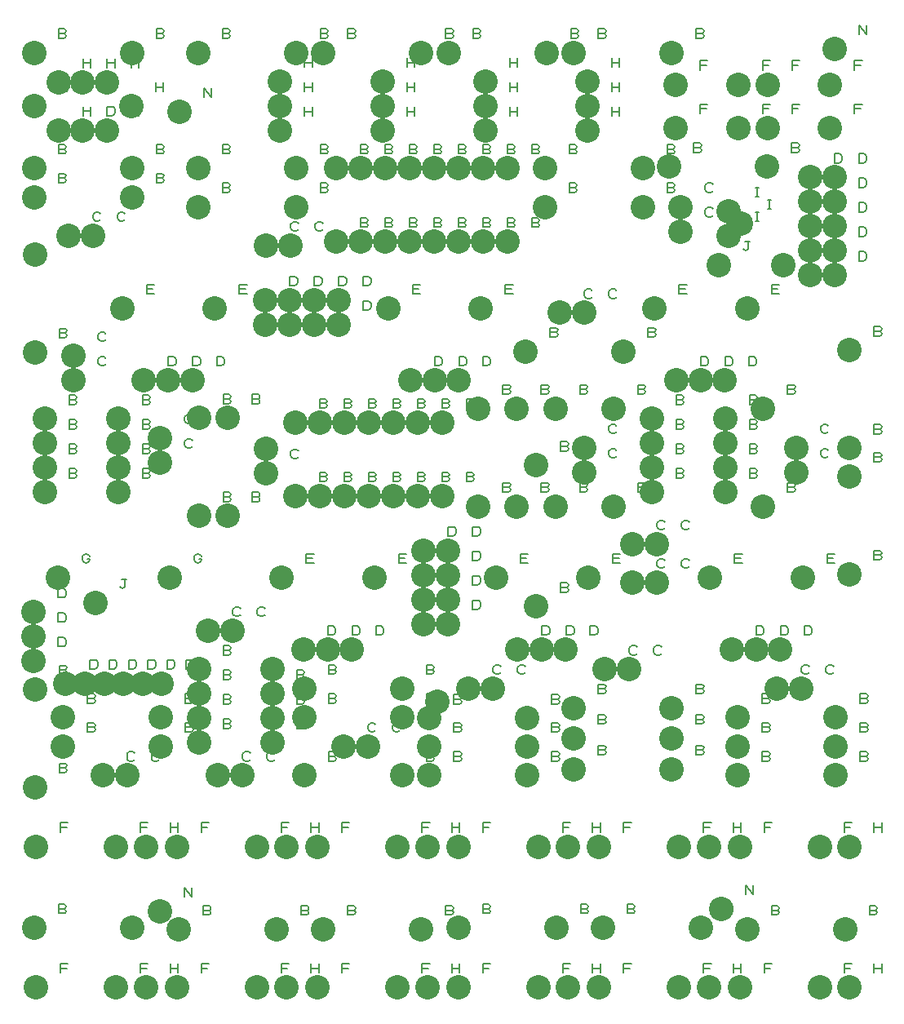
<source format=gbr>
%FSLAX35Y35*%
%MOIN*%
G04 EasyPC Gerber Version 18.0.8 Build 3632 *
%ADD10C,0.00500*%
%ADD87C,0.10000*%
X0Y0D02*
D02*
D10*
X38321Y160754D02*
Y164504D01*
X40196*
X40821Y164192*
X41133Y163880*
X41446Y163254*
Y162004*
X41133Y161380*
X40821Y161067*
X40196Y160754*
X38321*
Y170754D02*
Y174504D01*
X40196*
X40821Y174192*
X41133Y173880*
X41446Y173254*
Y172004*
X41133Y171380*
X40821Y171067*
X40196Y170754*
X38321*
Y180754D02*
Y184504D01*
X40196*
X40821Y184192*
X41133Y183880*
X41446Y183254*
Y182004*
X41133Y181380*
X40821Y181067*
X40196Y180754*
X38321*
X40685Y53633D02*
X41311Y53321D01*
X41623Y52696*
X41311Y52071*
X40685Y51758*
X38498*
Y55508*
X40685*
X41311Y55196*
X41623Y54571*
X41311Y53946*
X40685Y53633*
X38498*
X40685Y352157D02*
X41311Y351844D01*
X41623Y351220*
X41311Y350594*
X40685Y350282*
X38498*
Y354032*
X40685*
X41311Y353720*
X41623Y353094*
X41311Y352470*
X40685Y352157*
X38498*
X40685Y363968D02*
X41311Y363656D01*
X41623Y363031*
X41311Y362406*
X40685Y362093*
X38498*
Y365843*
X40685*
X41311Y365531*
X41623Y364906*
X41311Y364281*
X40685Y363968*
X38498*
X40685Y411212D02*
X41311Y410900D01*
X41623Y410275*
X41311Y409650*
X40685Y409337*
X38498*
Y413087*
X40685*
X41311Y412775*
X41623Y412150*
X41311Y411525*
X40685Y411212*
X38498*
X38656Y387487D02*
Y391237D01*
Y389362D02*
X41781D01*
Y387487D02*
Y391237D01*
X41000Y111193D02*
X41626Y110880D01*
X41938Y110255*
X41626Y109630*
X41000Y109317*
X38813*
Y113067*
X41000*
X41626Y112755*
X41938Y112130*
X41626Y111505*
X41000Y111193*
X38813*
X41000Y151193D02*
X41626Y150880D01*
X41938Y150255*
X41626Y149630*
X41000Y149317*
X38813*
Y153067*
X41000*
X41626Y152755*
X41938Y152130*
X41626Y151505*
X41000Y151193*
X38813*
X41000Y288850D02*
X41626Y288537D01*
X41938Y287913*
X41626Y287287*
X41000Y286975*
X38813*
Y290725*
X41000*
X41626Y290413*
X41938Y289787*
X41626Y289163*
X41000Y288850*
X38813*
X41000Y328850D02*
X41626Y328537D01*
X41938Y327913*
X41626Y327287*
X41000Y326975*
X38813*
Y330725*
X41000*
X41626Y330413*
X41938Y329787*
X41626Y329163*
X41000Y328850*
X38813*
X39192Y27477D02*
Y31227D01*
X42317*
X41692Y29352D02*
X39192D01*
Y84997D02*
Y88747D01*
X42317*
X41692Y86872D02*
X39192D01*
X44937Y231606D02*
X45563Y231293D01*
X45875Y230669*
X45563Y230043*
X44937Y229731*
X42750*
Y233481*
X44937*
X45563Y233169*
X45875Y232543*
X45563Y231919*
X44937Y231606*
X42750*
X44937Y241606D02*
X45563Y241293D01*
X45875Y240669*
X45563Y240043*
X44937Y239731*
X42750*
Y243481*
X44937*
X45563Y243169*
X45875Y242543*
X45563Y241919*
X44937Y241606*
X42750*
X44937Y251606D02*
X45563Y251293D01*
X45875Y250669*
X45563Y250043*
X44937Y249731*
X42750*
Y253481*
X44937*
X45563Y253169*
X45875Y252543*
X45563Y251919*
X44937Y251606*
X42750*
X44937Y261606D02*
X45563Y261293D01*
X45875Y260669*
X45563Y260043*
X44937Y259731*
X42750*
Y263481*
X44937*
X45563Y263169*
X45875Y262543*
X45563Y261919*
X44937Y261606*
X42750*
X50331Y196530D02*
X51269D01*
Y196217*
X50956Y195592*
X50644Y195280*
X50019Y194967*
X49394*
X48769Y195280*
X48456Y195592*
X48144Y196217*
Y197467*
X48456Y198092*
X48769Y198405*
X49394Y198717*
X50019*
X50644Y198405*
X50956Y198092*
X51269Y197467*
X48498Y377644D02*
Y381394D01*
Y379519D02*
X51623D01*
Y377644D02*
Y381394D01*
X48498Y397329D02*
Y401079D01*
Y399204D02*
X51623D01*
Y397329D02*
Y401079D01*
X52496Y127748D02*
X53122Y127435D01*
X53434Y126810*
X53122Y126185*
X52496Y125872*
X50309*
Y129622*
X52496*
X53122Y129310*
X53434Y128685*
X53122Y128060*
X52496Y127748*
X50309*
X52496Y139559D02*
X53122Y139246D01*
X53434Y138621*
X53122Y137996*
X52496Y137683*
X50309*
Y141433*
X52496*
X53122Y141121*
X53434Y140496*
X53122Y139871*
X52496Y139559*
X50309*
X51293Y151660D02*
Y155410D01*
X53169*
X53793Y155098*
X54106Y154785*
X54419Y154160*
Y152910*
X54106Y152285*
X53793Y151972*
X53169Y151660*
X51293*
X55560Y335159D02*
X55248Y334846D01*
X54622Y334534*
X53685*
X53060Y334846*
X52748Y335159*
X52435Y335784*
Y337034*
X52748Y337659*
X53060Y337972*
X53685Y338284*
X54622*
X55248Y337972*
X55560Y337659*
X57686Y276104D02*
X57374Y275791D01*
X56748Y275479*
X55811*
X55186Y275791*
X54874Y276104*
X54561Y276729*
Y277979*
X54874Y278604*
X55186Y278917*
X55811Y279229*
X56748*
X57374Y278917*
X57686Y278604*
Y286104D02*
X57374Y285791D01*
X56748Y285479*
X55811*
X55186Y285791*
X54874Y286104*
X54561Y286729*
Y287979*
X54874Y288604*
X55186Y288917*
X55811Y289229*
X56748*
X57374Y288917*
X57686Y288604*
X58341Y377644D02*
Y381394D01*
X60216*
X60841Y381082*
X61153Y380769*
X61466Y380144*
Y378894*
X61153Y378269*
X60841Y377957*
X60216Y377644*
X58341*
Y397329D02*
Y401079D01*
Y399204D02*
X61466D01*
Y397329D02*
Y401079D01*
X59167Y151660D02*
Y155410D01*
X61043*
X61667Y155098*
X61980Y154785*
X62293Y154160*
Y152910*
X61980Y152285*
X61667Y151972*
X61043Y151660*
X59167*
X65560Y335159D02*
X65248Y334846D01*
X64622Y334534*
X63685*
X63060Y334846*
X62748Y335159*
X62435Y335784*
Y337034*
X62748Y337659*
X63060Y337972*
X63685Y338284*
X64622*
X65248Y337972*
X65560Y337659*
X63537Y185257D02*
X63850Y184945D01*
X64475Y184632*
X65100Y184945*
X65413Y185257*
Y188382*
X66037*
X65413D02*
X64163D01*
X69497Y114687D02*
X69185Y114374D01*
X68559Y114061*
X67622*
X66997Y114374*
X66685Y114687*
X66372Y115311*
Y116561*
X66685Y117187*
X66997Y117499*
X67622Y117811*
X68559*
X69185Y117499*
X69497Y117187*
X67041Y151660D02*
Y155410D01*
X68917*
X69541Y155098*
X69854Y154785*
X70167Y154160*
Y152910*
X69854Y152285*
X69541Y151972*
X68917Y151660*
X67041*
X68183Y377644D02*
Y381394D01*
Y379519D02*
X71308D01*
Y377644D02*
Y381394D01*
X68183Y397329D02*
Y401079D01*
Y399204D02*
X71308D01*
Y397329D02*
Y401079D01*
X71869Y27477D02*
Y31227D01*
X74994*
X74369Y29352D02*
X71869D01*
Y84997D02*
Y88747D01*
X74994*
X74369Y86872D02*
X71869D01*
X74937Y231606D02*
X75563Y231293D01*
X75875Y230669*
X75563Y230043*
X74937Y229731*
X72750*
Y233481*
X74937*
X75563Y233169*
X75875Y232543*
X75563Y231919*
X74937Y231606*
X72750*
X74937Y241606D02*
X75563Y241293D01*
X75875Y240669*
X75563Y240043*
X74937Y239731*
X72750*
Y243481*
X74937*
X75563Y243169*
X75875Y242543*
X75563Y241919*
X74937Y241606*
X72750*
X74937Y251606D02*
X75563Y251293D01*
X75875Y250669*
X75563Y250043*
X74937Y249731*
X72750*
Y253481*
X74937*
X75563Y253169*
X75875Y252543*
X75563Y251919*
X74937Y251606*
X72750*
X74937Y261606D02*
X75563Y261293D01*
X75875Y260669*
X75563Y260043*
X74937Y259731*
X72750*
Y263481*
X74937*
X75563Y263169*
X75875Y262543*
X75563Y261919*
X74937Y261606*
X72750*
X74443Y304967D02*
Y308717D01*
X77568*
X76943Y306842D02*
X74443D01*
Y304967D02*
X77568D01*
X74915Y151660D02*
Y155410D01*
X76791*
X77415Y155098*
X77728Y154785*
X78041Y154160*
Y152910*
X77728Y152285*
X77415Y151972*
X76791Y151660*
X74915*
X79497Y114687D02*
X79185Y114374D01*
X78559Y114061*
X77622*
X76997Y114374*
X76685Y114687*
X76372Y115311*
Y116561*
X76685Y117187*
X76997Y117499*
X77622Y117811*
X78559*
X79185Y117499*
X79497Y117187*
X78026Y387487D02*
Y391237D01*
Y389362D02*
X81151D01*
Y387487D02*
Y391237D01*
X80685Y53633D02*
X81311Y53321D01*
X81623Y52696*
X81311Y52071*
X80685Y51758*
X78498*
Y55508*
X80685*
X81311Y55196*
X81623Y54571*
X81311Y53946*
X80685Y53633*
X78498*
X80685Y352157D02*
X81311Y351844D01*
X81623Y351220*
X81311Y350594*
X80685Y350282*
X78498*
Y354032*
X80685*
X81311Y353720*
X81623Y353094*
X81311Y352470*
X80685Y352157*
X78498*
X80685Y363968D02*
X81311Y363656D01*
X81623Y363031*
X81311Y362406*
X80685Y362093*
X78498*
Y365843*
X80685*
X81311Y365531*
X81623Y364906*
X81311Y364281*
X80685Y363968*
X78498*
X80685Y411212D02*
X81311Y410900D01*
X81623Y410275*
X81311Y409650*
X80685Y409337*
X78498*
Y413087*
X80685*
X81311Y412775*
X81623Y412150*
X81311Y411525*
X80685Y411212*
X78498*
X82789Y151660D02*
Y155410D01*
X84665*
X85289Y155098*
X85602Y154785*
X85915Y154160*
Y152910*
X85602Y152285*
X85289Y151972*
X84665Y151660*
X82789*
X83341Y275439D02*
Y279189D01*
X85216*
X85841Y278877*
X86153Y278565*
X86466Y277939*
Y276689*
X86153Y276065*
X85841Y275752*
X85216Y275439*
X83341*
X84074Y27477D02*
Y31227D01*
Y29352D02*
X87199D01*
Y27477D02*
Y31227D01*
X84074Y84997D02*
Y88747D01*
Y86872D02*
X87199D01*
Y84997D02*
Y88747D01*
X89856Y58510D02*
Y62260D01*
X92981Y58510*
Y62260*
X93119Y242482D02*
X92807Y242169D01*
X92181Y241857*
X91244*
X90619Y242169*
X90307Y242482*
X89994Y243107*
Y244357*
X90307Y244982*
X90619Y245294*
X91244Y245607*
X92181*
X92807Y245294*
X93119Y244982*
Y252482D02*
X92807Y252169D01*
X92181Y251857*
X91244*
X90619Y252169*
X90307Y252482*
X89994Y253107*
Y254357*
X90307Y254982*
X90619Y255294*
X91244Y255607*
X92181*
X92807Y255294*
X93119Y254982*
X92496Y127748D02*
X93122Y127435D01*
X93434Y126810*
X93122Y126185*
X92496Y125872*
X90309*
Y129622*
X92496*
X93122Y129310*
X93434Y128685*
X93122Y128060*
X92496Y127748*
X90309*
X92496Y139559D02*
X93122Y139246D01*
X93434Y138621*
X93122Y137996*
X92496Y137683*
X90309*
Y141433*
X92496*
X93122Y141121*
X93434Y140496*
X93122Y139871*
X92496Y139559*
X90309*
X90663Y151660D02*
Y155410D01*
X92539*
X93163Y155098*
X93476Y154785*
X93789Y154160*
Y152910*
X93476Y152285*
X93163Y151972*
X92539Y151660*
X90663*
X93341Y275439D02*
Y279189D01*
X95216*
X95841Y278877*
X96153Y278565*
X96466Y277939*
Y276689*
X96153Y276065*
X95841Y275752*
X95216Y275439*
X93341*
X96000Y196530D02*
X96938D01*
Y196217*
X96626Y195592*
X96313Y195280*
X95688Y194967*
X95063*
X94438Y195280*
X94126Y195592*
X93813Y196217*
Y197467*
X94126Y198092*
X94438Y198405*
X95063Y198717*
X95688*
X96313Y198405*
X96626Y198092*
X96938Y197467*
X96711Y27477D02*
Y31227D01*
X99837*
X99211Y29352D02*
X96711D01*
Y84997D02*
Y88747D01*
X99837*
X99211Y86872D02*
X96711D01*
X99741Y53043D02*
X100366Y52730D01*
X100678Y52106*
X100366Y51480*
X99741Y51168*
X97553*
Y54918*
X99741*
X100366Y54606*
X100678Y53980*
X100366Y53356*
X99741Y53043*
X97553*
X97730Y385282D02*
Y389032D01*
X100856Y385282*
Y389032*
X103026Y275439D02*
Y279189D01*
X104901*
X105526Y278877*
X105838Y278565*
X106151Y277939*
Y276689*
X105838Y276065*
X105526Y275752*
X104901Y275439*
X103026*
X107615Y348220D02*
X108240Y347907D01*
X108552Y347283*
X108240Y346657*
X107615Y346345*
X105427*
Y350095*
X107615*
X108240Y349783*
X108552Y349157*
X108240Y348533*
X107615Y348220*
X105427*
X107615Y363968D02*
X108240Y363656D01*
X108552Y363031*
X108240Y362406*
X107615Y362093*
X105427*
Y365843*
X107615*
X108240Y365531*
X108552Y364906*
X108240Y364281*
X107615Y363968*
X105427*
X107615Y411212D02*
X108240Y410900D01*
X108552Y410275*
X108240Y409650*
X107615Y409337*
X105427*
Y413087*
X107615*
X108240Y412775*
X108552Y412150*
X108240Y411525*
X107615Y411212*
X105427*
X107930Y129244D02*
X108555Y128931D01*
X108867Y128306*
X108555Y127681*
X107930Y127369*
X105742*
Y131119*
X107930*
X108555Y130806*
X108867Y130181*
X108555Y129556*
X107930Y129244*
X105742*
X107930Y139244D02*
X108555Y138931D01*
X108867Y138306*
X108555Y137681*
X107930Y137369*
X105742*
Y141119*
X107930*
X108555Y140806*
X108867Y140181*
X108555Y139556*
X107930Y139244*
X105742*
X107930Y149244D02*
X108555Y148931D01*
X108867Y148306*
X108555Y147681*
X107930Y147369*
X105742*
Y151119*
X107930*
X108555Y150806*
X108867Y150181*
X108555Y149556*
X107930Y149244*
X105742*
X107930Y159244D02*
X108555Y158931D01*
X108867Y158306*
X108555Y157681*
X107930Y157369*
X105742*
Y161119*
X107930*
X108555Y160806*
X108867Y160181*
X108555Y159556*
X107930Y159244*
X105742*
X107930Y221921D02*
X108555Y221608D01*
X108867Y220983*
X108555Y220358*
X107930Y220046*
X105742*
Y223796*
X107930*
X108555Y223483*
X108867Y222858*
X108555Y222233*
X107930Y221921*
X105742*
X107930Y261921D02*
X108555Y261608D01*
X108867Y260983*
X108555Y260358*
X107930Y260046*
X105742*
Y263796*
X107930*
X108555Y263483*
X108867Y262858*
X108555Y262233*
X107930Y261921*
X105742*
X112804Y173742D02*
X112492Y173429D01*
X111867Y173117*
X110929*
X110304Y173429*
X109992Y173742*
X109679Y174367*
Y175617*
X109992Y176242*
X110304Y176554*
X110929Y176867*
X111867*
X112492Y176554*
X112804Y176242*
X112238Y304967D02*
Y308717D01*
X115363*
X114738Y306842D02*
X112238D01*
Y304967D02*
X115363D01*
X116741Y114687D02*
X116429Y114374D01*
X115804Y114061*
X114866*
X114241Y114374*
X113929Y114687*
X113616Y115311*
Y116561*
X113929Y117187*
X114241Y117499*
X114866Y117811*
X115804*
X116429Y117499*
X116741Y117187*
X119741Y221921D02*
X120366Y221608D01*
X120678Y220983*
X120366Y220358*
X119741Y220046*
X117553*
Y223796*
X119741*
X120366Y223483*
X120678Y222858*
X120366Y222233*
X119741Y221921*
X117553*
X119741Y261921D02*
X120366Y261608D01*
X120678Y260983*
X120366Y260358*
X119741Y260046*
X117553*
Y263796*
X119741*
X120366Y263483*
X120678Y262858*
X120366Y262233*
X119741Y261921*
X117553*
X122804Y173742D02*
X122492Y173429D01*
X121867Y173117*
X120929*
X120304Y173429*
X119992Y173742*
X119679Y174367*
Y175617*
X119992Y176242*
X120304Y176554*
X120929Y176867*
X121867*
X122492Y176554*
X122804Y176242*
X126741Y114687D02*
X126429Y114374D01*
X125804Y114061*
X124866*
X124241Y114374*
X123929Y114687*
X123616Y115311*
Y116561*
X123929Y117187*
X124241Y117499*
X124866Y117811*
X125804*
X126429Y117499*
X126741Y117187*
X129389Y27477D02*
Y31227D01*
X132514*
X131889Y29352D02*
X129389D01*
Y84997D02*
Y88747D01*
X132514*
X131889Y86872D02*
X129389D01*
X132927Y298254D02*
Y302004D01*
X134802*
X135427Y301692*
X135740Y301380*
X136052Y300754*
Y299504*
X135740Y298880*
X135427Y298567*
X134802Y298254*
X132927*
Y308254D02*
Y312004D01*
X134802*
X135427Y311692*
X135740Y311380*
X136052Y310754*
Y309504*
X135740Y308880*
X135427Y308567*
X134802Y308254*
X132927*
X136426Y238250D02*
X136114Y237937D01*
X135489Y237624*
X134551*
X133926Y237937*
X133614Y238250*
X133301Y238874*
Y240124*
X133614Y240750*
X133926Y241062*
X134551Y241374*
X135489*
X136114Y241062*
X136426Y240750*
Y248250D02*
X136114Y247937D01*
X135489Y247624*
X134551*
X133926Y247937*
X133614Y248250*
X133301Y248874*
Y250124*
X133614Y250750*
X133926Y251062*
X134551Y251374*
X135489*
X136114Y251062*
X136426Y250750*
Y331222D02*
X136114Y330909D01*
X135489Y330597*
X134551*
X133926Y330909*
X133614Y331222*
X133301Y331847*
Y333097*
X133614Y333722*
X133926Y334035*
X134551Y334347*
X135489*
X136114Y334035*
X136426Y333722*
X137930Y129244D02*
X138555Y128931D01*
X138867Y128306*
X138555Y127681*
X137930Y127369*
X135742*
Y131119*
X137930*
X138555Y130806*
X138867Y130181*
X138555Y129556*
X137930Y129244*
X135742*
X137930Y139244D02*
X138555Y138931D01*
X138867Y138306*
X138555Y137681*
X137930Y137369*
X135742*
Y141119*
X137930*
X138555Y140806*
X138867Y140181*
X138555Y139556*
X137930Y139244*
X135742*
X137930Y149244D02*
X138555Y148931D01*
X138867Y148306*
X138555Y147681*
X137930Y147369*
X135742*
Y151119*
X137930*
X138555Y150806*
X138867Y150181*
X138555Y149556*
X137930Y149244*
X135742*
X137930Y159244D02*
X138555Y158931D01*
X138867Y158306*
X138555Y157681*
X137930Y157369*
X135742*
Y161119*
X137930*
X138555Y160806*
X138867Y160181*
X138555Y159556*
X137930Y159244*
X135742*
X139741Y53043D02*
X140366Y52730D01*
X140678Y52106*
X140366Y51480*
X139741Y51168*
X137553*
Y54918*
X139741*
X140366Y54606*
X140678Y53980*
X140366Y53356*
X139741Y53043*
X137553*
X138970Y377487D02*
Y381237D01*
Y379362D02*
X142096D01*
Y377487D02*
Y381237D01*
X138970Y387487D02*
Y391237D01*
Y389362D02*
X142096D01*
Y387487D02*
Y391237D01*
X138970Y397487D02*
Y401237D01*
Y399362D02*
X142096D01*
Y397487D02*
Y401237D01*
X139600Y194967D02*
Y198717D01*
X142726*
X142100Y196842D02*
X139600D01*
Y194967D02*
X142726D01*
X141593Y27477D02*
Y31227D01*
Y29352D02*
X144719D01*
Y27477D02*
Y31227D01*
X141593Y84997D02*
Y88747D01*
Y86872D02*
X144719D01*
Y84997D02*
Y88747D01*
X142927Y298254D02*
Y302004D01*
X144802*
X145427Y301692*
X145740Y301380*
X146052Y300754*
Y299504*
X145740Y298880*
X145427Y298567*
X144802Y298254*
X142927*
Y308254D02*
Y312004D01*
X144802*
X145427Y311692*
X145740Y311380*
X146052Y310754*
Y309504*
X145740Y308880*
X145427Y308567*
X144802Y308254*
X142927*
X146426Y331222D02*
X146114Y330909D01*
X145489Y330597*
X144551*
X143926Y330909*
X143614Y331222*
X143301Y331847*
Y333097*
X143614Y333722*
X143926Y334035*
X144551Y334347*
X145489*
X146114Y334035*
X146426Y333722*
X147300Y230110D02*
X147925Y229797D01*
X148237Y229172*
X147925Y228547*
X147300Y228235*
X145112*
Y231985*
X147300*
X147925Y231672*
X148237Y231047*
X147925Y230422*
X147300Y230110*
X145112*
X147300Y260110D02*
X147925Y259797D01*
X148237Y259172*
X147925Y258547*
X147300Y258235*
X145112*
Y261985*
X147300*
X147925Y261672*
X148237Y261047*
X147925Y260422*
X147300Y260110*
X145112*
X147615Y348220D02*
X148240Y347907D01*
X148552Y347283*
X148240Y346657*
X147615Y346345*
X145427*
Y350095*
X147615*
X148240Y349783*
X148552Y349157*
X148240Y348533*
X147615Y348220*
X145427*
X147615Y363968D02*
X148240Y363656D01*
X148552Y363031*
X148240Y362406*
X147615Y362093*
X145427*
Y365843*
X147615*
X148240Y365531*
X148552Y364906*
X148240Y364281*
X147615Y363968*
X145427*
X147615Y411212D02*
X148240Y410900D01*
X148552Y410275*
X148240Y409650*
X147615Y409337*
X145427*
Y413087*
X147615*
X148240Y412775*
X148552Y412150*
X148240Y411525*
X147615Y411212*
X145427*
X148498Y165439D02*
Y169189D01*
X150373*
X150998Y168877*
X151311Y168565*
X151623Y167939*
Y166689*
X151311Y166065*
X150998Y165752*
X150373Y165439*
X148498*
X150922Y115937D02*
X151547Y115624D01*
X151859Y114999*
X151547Y114374*
X150922Y114061*
X148734*
Y117811*
X150922*
X151547Y117499*
X151859Y116874*
X151547Y116249*
X150922Y115937*
X148734*
X150922Y139559D02*
X151547Y139246D01*
X151859Y138621*
X151547Y137996*
X150922Y137683*
X148734*
Y141433*
X150922*
X151547Y141121*
X151859Y140496*
X151547Y139871*
X150922Y139559*
X148734*
X150922Y151370D02*
X151547Y151057D01*
X151859Y150432*
X151547Y149807*
X150922Y149494*
X148734*
Y153244*
X150922*
X151547Y152932*
X151859Y152307*
X151547Y151682*
X150922Y151370*
X148734*
X152927Y298254D02*
Y302004D01*
X154802*
X155427Y301692*
X155740Y301380*
X156052Y300754*
Y299504*
X155740Y298880*
X155427Y298567*
X154802Y298254*
X152927*
Y308254D02*
Y312004D01*
X154802*
X155427Y311692*
X155740Y311380*
X156052Y310754*
Y309504*
X155740Y308880*
X155427Y308567*
X154802Y308254*
X152927*
X154231Y27477D02*
Y31227D01*
X157356*
X156731Y29352D02*
X154231D01*
Y84997D02*
Y88747D01*
X157356*
X156731Y86872D02*
X154231D01*
X157300Y230110D02*
X157925Y229797D01*
X158237Y229172*
X157925Y228547*
X157300Y228235*
X155112*
Y231985*
X157300*
X157925Y231672*
X158237Y231047*
X157925Y230422*
X157300Y230110*
X155112*
X157300Y260110D02*
X157925Y259797D01*
X158237Y259172*
X157925Y258547*
X157300Y258235*
X155112*
Y261985*
X157300*
X157925Y261672*
X158237Y261047*
X157925Y260422*
X157300Y260110*
X155112*
X158796Y53043D02*
X159421Y52730D01*
X159733Y52106*
X159421Y51480*
X158796Y51168*
X156608*
Y54918*
X158796*
X159421Y54606*
X159733Y53980*
X159421Y53356*
X158796Y53043*
X156608*
X158796Y411212D02*
X159421Y410900D01*
X159733Y410275*
X159421Y409650*
X158796Y409337*
X156608*
Y413087*
X158796*
X159421Y412775*
X159733Y412150*
X159421Y411525*
X158796Y411212*
X156608*
X158498Y165439D02*
Y169189D01*
X160373*
X160998Y168877*
X161311Y168565*
X161623Y167939*
Y166689*
X161311Y166065*
X160998Y165752*
X160373Y165439*
X158498*
X163914Y333968D02*
X164539Y333656D01*
X164852Y333031*
X164539Y332406*
X163914Y332093*
X161726*
Y335843*
X163914*
X164539Y335531*
X164852Y334906*
X164539Y334281*
X163914Y333968*
X161726*
X163914Y363968D02*
X164539Y363656D01*
X164852Y363031*
X164539Y362406*
X163914Y362093*
X161726*
Y365843*
X163914*
X164539Y365531*
X164852Y364906*
X164539Y364281*
X163914Y363968*
X161726*
X162927Y298254D02*
Y302004D01*
X164802*
X165427Y301692*
X165740Y301380*
X166052Y300754*
Y299504*
X165740Y298880*
X165427Y298567*
X164802Y298254*
X162927*
Y308254D02*
Y312004D01*
X164802*
X165427Y311692*
X165740Y311380*
X166052Y310754*
Y309504*
X165740Y308880*
X165427Y308567*
X164802Y308254*
X162927*
X167922Y126498D02*
X167610Y126185D01*
X166985Y125872*
X166047*
X165422Y126185*
X165110Y126498*
X164797Y127122*
Y128372*
X165110Y128998*
X165422Y129310*
X166047Y129622*
X166985*
X167610Y129310*
X167922Y128998*
X167300Y230110D02*
X167925Y229797D01*
X168237Y229172*
X167925Y228547*
X167300Y228235*
X165112*
Y231985*
X167300*
X167925Y231672*
X168237Y231047*
X167925Y230422*
X167300Y230110*
X165112*
X167300Y260110D02*
X167925Y259797D01*
X168237Y259172*
X167925Y258547*
X167300Y258235*
X165112*
Y261985*
X167300*
X167925Y261672*
X168237Y261047*
X167925Y260422*
X167300Y260110*
X165112*
X168183Y165439D02*
Y169189D01*
X170058*
X170683Y168877*
X170996Y168565*
X171308Y167939*
Y166689*
X170996Y166065*
X170683Y165752*
X170058Y165439*
X168183*
X173914Y333968D02*
X174539Y333656D01*
X174852Y333031*
X174539Y332406*
X173914Y332093*
X171726*
Y335843*
X173914*
X174539Y335531*
X174852Y334906*
X174539Y334281*
X173914Y333968*
X171726*
X173914Y363968D02*
X174539Y363656D01*
X174852Y363031*
X174539Y362406*
X173914Y362093*
X171726*
Y365843*
X173914*
X174539Y365531*
X174852Y364906*
X174539Y364281*
X173914Y363968*
X171726*
X177922Y126498D02*
X177610Y126185D01*
X176985Y125872*
X176047*
X175422Y126185*
X175110Y126498*
X174797Y127122*
Y128372*
X175110Y128998*
X175422Y129310*
X176047Y129622*
X176985*
X177610Y129310*
X177922Y128998*
X177300Y230110D02*
X177925Y229797D01*
X178237Y229172*
X177925Y228547*
X177300Y228235*
X175112*
Y231985*
X177300*
X177925Y231672*
X178237Y231047*
X177925Y230422*
X177300Y230110*
X175112*
X177300Y260110D02*
X177925Y259797D01*
X178237Y259172*
X177925Y258547*
X177300Y258235*
X175112*
Y261985*
X177300*
X177925Y261672*
X178237Y261047*
X177925Y260422*
X177300Y260110*
X175112*
X177396Y194967D02*
Y198717D01*
X180521*
X179896Y196842D02*
X177396D01*
Y194967D02*
X180521D01*
X180821Y377487D02*
Y381237D01*
Y379362D02*
X183946D01*
Y377487D02*
Y381237D01*
X180821Y387487D02*
Y391237D01*
Y389362D02*
X183946D01*
Y387487D02*
Y391237D01*
X180821Y397487D02*
Y401237D01*
Y399362D02*
X183946D01*
Y397487D02*
Y401237D01*
X183914Y333968D02*
X184539Y333656D01*
X184852Y333031*
X184539Y332406*
X183914Y332093*
X181726*
Y335843*
X183914*
X184539Y335531*
X184852Y334906*
X184539Y334281*
X183914Y333968*
X181726*
X183914Y363968D02*
X184539Y363656D01*
X184852Y363031*
X184539Y362406*
X183914Y362093*
X181726*
Y365843*
X183914*
X184539Y365531*
X184852Y364906*
X184539Y364281*
X183914Y363968*
X181726*
X183183Y304967D02*
Y308717D01*
X186308*
X185683Y306842D02*
X183183D01*
Y304967D02*
X186308D01*
X187300Y230110D02*
X187925Y229797D01*
X188237Y229172*
X187925Y228547*
X187300Y228235*
X185112*
Y231985*
X187300*
X187925Y231672*
X188237Y231047*
X187925Y230422*
X187300Y230110*
X185112*
X187300Y260110D02*
X187925Y259797D01*
X188237Y259172*
X187925Y258547*
X187300Y258235*
X185112*
Y261985*
X187300*
X187925Y261672*
X188237Y261047*
X187925Y260422*
X187300Y260110*
X185112*
X186908Y27477D02*
Y31227D01*
X190033*
X189408Y29352D02*
X186908D01*
Y84997D02*
Y88747D01*
X190033*
X189408Y86872D02*
X186908D01*
X190922Y115937D02*
X191547Y115624D01*
X191859Y114999*
X191547Y114374*
X190922Y114061*
X188734*
Y117811*
X190922*
X191547Y117499*
X191859Y116874*
X191547Y116249*
X190922Y115937*
X188734*
X190922Y139559D02*
X191547Y139246D01*
X191859Y138621*
X191547Y137996*
X190922Y137683*
X188734*
Y141433*
X190922*
X191547Y141121*
X191859Y140496*
X191547Y139871*
X190922Y139559*
X188734*
X190922Y151370D02*
X191547Y151057D01*
X191859Y150432*
X191547Y149807*
X190922Y149494*
X188734*
Y153244*
X190922*
X191547Y152932*
X191859Y152307*
X191547Y151682*
X190922Y151370*
X188734*
X193914Y333968D02*
X194539Y333656D01*
X194852Y333031*
X194539Y332406*
X193914Y332093*
X191726*
Y335843*
X193914*
X194539Y335531*
X194852Y334906*
X194539Y334281*
X193914Y333968*
X191726*
X193914Y363968D02*
X194539Y363656D01*
X194852Y363031*
X194539Y362406*
X193914Y362093*
X191726*
Y365843*
X193914*
X194539Y365531*
X194852Y364906*
X194539Y364281*
X193914Y363968*
X191726*
X192081Y275439D02*
Y279189D01*
X193956*
X194581Y278877*
X194893Y278565*
X195206Y277939*
Y276689*
X194893Y276065*
X194581Y275752*
X193956Y275439*
X192081*
X197300Y230110D02*
X197925Y229797D01*
X198237Y229172*
X197925Y228547*
X197300Y228235*
X195112*
Y231985*
X197300*
X197925Y231672*
X198237Y231047*
X197925Y230422*
X197300Y230110*
X195112*
X197300Y260110D02*
X197925Y259797D01*
X198237Y259172*
X197925Y258547*
X197300Y258235*
X195112*
Y261985*
X197300*
X197925Y261672*
X198237Y261047*
X197925Y260422*
X197300Y260110*
X195112*
X198796Y53043D02*
X199421Y52730D01*
X199733Y52106*
X199421Y51480*
X198796Y51168*
X196608*
Y54918*
X198796*
X199421Y54606*
X199733Y53980*
X199421Y53356*
X198796Y53043*
X196608*
X198796Y411212D02*
X199421Y410900D01*
X199733Y410275*
X199421Y409650*
X198796Y409337*
X196608*
Y413087*
X198796*
X199421Y412775*
X199733Y412150*
X199421Y411525*
X198796Y411212*
X196608*
X197671Y175991D02*
Y179741D01*
X199546*
X200171Y179428*
X200484Y179116*
X200796Y178491*
Y177241*
X200484Y176616*
X200171Y176303*
X199546Y175991*
X197671*
Y185991D02*
Y189741D01*
X199546*
X200171Y189428*
X200484Y189116*
X200796Y188491*
Y187241*
X200484Y186616*
X200171Y186303*
X199546Y185991*
X197671*
Y195991D02*
Y199741D01*
X199546*
X200171Y199428*
X200484Y199116*
X200796Y198491*
Y197241*
X200484Y196616*
X200171Y196303*
X199546Y195991*
X197671*
Y205991D02*
Y209741D01*
X199546*
X200171Y209428*
X200484Y209116*
X200796Y208491*
Y207241*
X200484Y206616*
X200171Y206303*
X199546Y205991*
X197671*
X199113Y27477D02*
Y31227D01*
Y29352D02*
X202238D01*
Y27477D02*
Y31227D01*
X199113Y84997D02*
Y88747D01*
Y86872D02*
X202238D01*
Y84997D02*
Y88747D01*
X202103Y115937D02*
X202728Y115624D01*
X203041Y114999*
X202728Y114374*
X202103Y114061*
X199915*
Y117811*
X202103*
X202728Y117499*
X203041Y116874*
X202728Y116249*
X202103Y115937*
X199915*
X202103Y127748D02*
X202728Y127435D01*
X203041Y126810*
X202728Y126185*
X202103Y125872*
X199915*
Y129622*
X202103*
X202728Y129310*
X203041Y128685*
X202728Y128060*
X202103Y127748*
X199915*
X202103Y139263D02*
X202728Y138951D01*
X203041Y138326*
X202728Y137701*
X202103Y137388*
X199915*
Y141138*
X202103*
X202728Y140826*
X203041Y140201*
X202728Y139576*
X202103Y139263*
X199915*
X203914Y333968D02*
X204539Y333656D01*
X204852Y333031*
X204539Y332406*
X203914Y332093*
X201726*
Y335843*
X203914*
X204539Y335531*
X204852Y334906*
X204539Y334281*
X203914Y333968*
X201726*
X203914Y363968D02*
X204539Y363656D01*
X204852Y363031*
X204539Y362406*
X203914Y362093*
X201726*
Y365843*
X203914*
X204539Y365531*
X204852Y364906*
X204539Y364281*
X203914Y363968*
X201726*
X202081Y275439D02*
Y279189D01*
X203956*
X204581Y278877*
X204893Y278565*
X205206Y277939*
Y276689*
X204893Y276065*
X204581Y275752*
X203956Y275439*
X202081*
X203281Y144903D02*
X203594Y144591D01*
X204219Y144278*
X204844Y144591*
X205157Y144903*
Y148028*
X205781*
X205157D02*
X203907D01*
X207300Y230110D02*
X207925Y229797D01*
X208237Y229172*
X207925Y228547*
X207300Y228235*
X205112*
Y231985*
X207300*
X207925Y231672*
X208237Y231047*
X207925Y230422*
X207300Y230110*
X205112*
X207300Y260110D02*
X207925Y259797D01*
X208237Y259172*
X207925Y258547*
X207300Y258235*
X205112*
Y261985*
X207300*
X207925Y261672*
X208237Y261047*
X207925Y260422*
X207300Y260110*
X205112*
X207671Y175991D02*
Y179741D01*
X209546*
X210171Y179428*
X210484Y179116*
X210796Y178491*
Y177241*
X210484Y176616*
X210171Y176303*
X209546Y175991*
X207671*
Y185991D02*
Y189741D01*
X209546*
X210171Y189428*
X210484Y189116*
X210796Y188491*
Y187241*
X210484Y186616*
X210171Y186303*
X209546Y185991*
X207671*
Y195991D02*
Y199741D01*
X209546*
X210171Y199428*
X210484Y199116*
X210796Y198491*
Y197241*
X210484Y196616*
X210171Y196303*
X209546Y195991*
X207671*
Y205991D02*
Y209741D01*
X209546*
X210171Y209428*
X210484Y209116*
X210796Y208491*
Y207241*
X210484Y206616*
X210171Y206303*
X209546Y205991*
X207671*
X209977Y411212D02*
X210602Y410900D01*
X210915Y410275*
X210602Y409650*
X209977Y409337*
X207789*
Y413087*
X209977*
X210602Y412775*
X210915Y412150*
X210602Y411525*
X209977Y411212*
X207789*
X213914Y53633D02*
X214539Y53321D01*
X214852Y52696*
X214539Y52071*
X213914Y51758*
X211726*
Y55508*
X213914*
X214539Y55196*
X214852Y54571*
X214539Y53946*
X213914Y53633*
X211726*
X213914Y333968D02*
X214539Y333656D01*
X214852Y333031*
X214539Y332406*
X213914Y332093*
X211726*
Y335843*
X213914*
X214539Y335531*
X214852Y334906*
X214539Y334281*
X213914Y333968*
X211726*
X213914Y363968D02*
X214539Y363656D01*
X214852Y363031*
X214539Y362406*
X213914Y362093*
X211726*
Y365843*
X213914*
X214539Y365531*
X214852Y364906*
X214539Y364281*
X213914Y363968*
X211726*
X211751Y27477D02*
Y31227D01*
X214876*
X214251Y29352D02*
X211751D01*
Y84997D02*
Y88747D01*
X214876*
X214251Y86872D02*
X211751D01*
X211766Y275439D02*
Y279189D01*
X213641*
X214266Y278877*
X214578Y278565*
X214891Y277939*
Y276689*
X214578Y276065*
X214266Y275752*
X213641Y275439*
X211766*
X219104Y150120D02*
X218791Y149807D01*
X218166Y149494*
X217228*
X216604Y149807*
X216291Y150120*
X215978Y150744*
Y151994*
X216291Y152620*
X216604Y152932*
X217228Y153244*
X218166*
X218791Y152932*
X219104Y152620*
X222103Y225858D02*
X222728Y225545D01*
X223041Y224920*
X222728Y224295*
X222103Y223983*
X219915*
Y227733*
X222103*
X222728Y227420*
X223041Y226795*
X222728Y226170*
X222103Y225858*
X219915*
X222103Y265858D02*
X222728Y265545D01*
X223041Y264920*
X222728Y264295*
X222103Y263983*
X219915*
Y267733*
X222103*
X222728Y267420*
X223041Y266795*
X222728Y266170*
X222103Y265858*
X219915*
X220978Y304967D02*
Y308717D01*
X224104*
X223478Y306842D02*
X220978D01*
Y304967D02*
X224104D01*
X223914Y333968D02*
X224539Y333656D01*
X224852Y333031*
X224539Y332406*
X223914Y332093*
X221726*
Y335843*
X223914*
X224539Y335531*
X224852Y334906*
X224539Y334281*
X223914Y333968*
X221726*
X223914Y363968D02*
X224539Y363656D01*
X224852Y363031*
X224539Y362406*
X223914Y362093*
X221726*
Y365843*
X223914*
X224539Y365531*
X224852Y364906*
X224539Y364281*
X223914Y363968*
X221726*
X222711Y377487D02*
Y381237D01*
Y379362D02*
X225836D01*
Y377487D02*
Y381237D01*
X222711Y387487D02*
Y391237D01*
Y389362D02*
X225836D01*
Y387487D02*
Y391237D01*
X222711Y397487D02*
Y401237D01*
Y399362D02*
X225836D01*
Y397487D02*
Y401237D01*
X229104Y150120D02*
X228791Y149807D01*
X228166Y149494*
X227228*
X226604Y149807*
X226291Y150120*
X225978Y150744*
Y151994*
X226291Y152620*
X226604Y152932*
X227228Y153244*
X228166*
X228791Y152932*
X229104Y152620*
X227081Y194967D02*
Y198717D01*
X230206*
X229581Y196842D02*
X227081D01*
Y194967D02*
X230206D01*
X233914Y333968D02*
X234539Y333656D01*
X234852Y333031*
X234539Y332406*
X233914Y332093*
X231726*
Y335843*
X233914*
X234539Y335531*
X234852Y334906*
X234539Y334281*
X233914Y333968*
X231726*
X233914Y363968D02*
X234539Y363656D01*
X234852Y363031*
X234539Y362406*
X233914Y362093*
X231726*
Y365843*
X233914*
X234539Y365531*
X234852Y364906*
X234539Y364281*
X233914Y363968*
X231726*
X237851Y225858D02*
X238476Y225545D01*
X238789Y224920*
X238476Y224295*
X237851Y223983*
X235663*
Y227733*
X237851*
X238476Y227420*
X238789Y226795*
X238476Y226170*
X237851Y225858*
X235663*
X237851Y265858D02*
X238476Y265545D01*
X238789Y264920*
X238476Y264295*
X237851Y263983*
X235663*
Y267733*
X237851*
X238476Y267420*
X238789Y266795*
X238476Y266170*
X237851Y265858*
X235663*
X235978Y165439D02*
Y169189D01*
X237854*
X238478Y168877*
X238791Y168565*
X239104Y167939*
Y166689*
X238791Y166065*
X238478Y165752*
X237854Y165439*
X235978*
X241473Y289165D02*
X242098Y288852D01*
X242411Y288228*
X242098Y287602*
X241473Y287290*
X239285*
Y291040*
X241473*
X242098Y290728*
X242411Y290102*
X242098Y289478*
X241473Y289165*
X239285*
X242103Y115937D02*
X242728Y115624D01*
X243041Y114999*
X242728Y114374*
X242103Y114061*
X239915*
Y117811*
X242103*
X242728Y117499*
X243041Y116874*
X242728Y116249*
X242103Y115937*
X239915*
X242103Y127748D02*
X242728Y127435D01*
X243041Y126810*
X242728Y126185*
X242103Y125872*
X239915*
Y129622*
X242103*
X242728Y129310*
X243041Y128685*
X242728Y128060*
X242103Y127748*
X239915*
X242103Y139263D02*
X242728Y138951D01*
X243041Y138326*
X242728Y137701*
X242103Y137388*
X239915*
Y141138*
X242103*
X242728Y140826*
X243041Y140201*
X242728Y139576*
X242103Y139263*
X239915*
X245843Y184933D02*
X246468Y184620D01*
X246781Y183995*
X246468Y183370*
X245843Y183057*
X243656*
Y186807*
X245843*
X246468Y186495*
X246781Y185870*
X246468Y185245*
X245843Y184933*
X243656*
X245843Y242610D02*
X246468Y242297D01*
X246781Y241672*
X246468Y241047*
X245843Y240735*
X243656*
Y244485*
X245843*
X246468Y244172*
X246781Y243547*
X246468Y242922*
X245843Y242610*
X243656*
X244428Y27477D02*
Y31227D01*
X247553*
X246928Y29352D02*
X244428D01*
Y84997D02*
Y88747D01*
X247553*
X246928Y86872D02*
X244428D01*
X245978Y165439D02*
Y169189D01*
X247854*
X248478Y168877*
X248791Y168565*
X249104Y167939*
Y166689*
X248791Y166065*
X248478Y165752*
X247854Y165439*
X245978*
X249347Y348220D02*
X249972Y347907D01*
X250285Y347283*
X249972Y346657*
X249347Y346345*
X247159*
Y350095*
X249347*
X249972Y349783*
X250285Y349157*
X249972Y348533*
X249347Y348220*
X247159*
X249347Y363968D02*
X249972Y363656D01*
X250285Y363031*
X249972Y362406*
X249347Y362093*
X247159*
Y365843*
X249347*
X249972Y365531*
X250285Y364906*
X249972Y364281*
X249347Y363968*
X247159*
X249977Y411212D02*
X250602Y410900D01*
X250915Y410275*
X250602Y409650*
X249977Y409337*
X247789*
Y413087*
X249977*
X250602Y412775*
X250915Y412150*
X250602Y411525*
X249977Y411212*
X247789*
X253599Y225858D02*
X254224Y225545D01*
X254537Y224920*
X254224Y224295*
X253599Y223983*
X251411*
Y227733*
X253599*
X254224Y227420*
X254537Y226795*
X254224Y226170*
X253599Y225858*
X251411*
X253599Y265858D02*
X254224Y265545D01*
X254537Y264920*
X254224Y264295*
X253599Y263983*
X251411*
Y267733*
X253599*
X254224Y267420*
X254537Y266795*
X254224Y266170*
X253599Y265858*
X251411*
X253914Y53633D02*
X254539Y53321D01*
X254852Y52696*
X254539Y52071*
X253914Y51758*
X251726*
Y55508*
X253914*
X254539Y55196*
X254852Y54571*
X254539Y53946*
X253914Y53633*
X251726*
X256348Y303663D02*
X256035Y303350D01*
X255410Y303038*
X254472*
X253848Y303350*
X253535Y303663*
X253222Y304288*
Y305538*
X253535Y306163*
X253848Y306476*
X254472Y306788*
X255410*
X256035Y306476*
X256348Y306163*
X255663Y165439D02*
Y169189D01*
X257539*
X258163Y168877*
X258476Y168565*
X258789Y167939*
Y166689*
X258476Y166065*
X258163Y165752*
X257539Y165439*
X255663*
X256633Y27477D02*
Y31227D01*
Y29352D02*
X259758D01*
Y27477D02*
Y31227D01*
X256633Y84997D02*
Y88747D01*
Y86872D02*
X259758D01*
Y84997D02*
Y88747D01*
X261158Y118496D02*
X261783Y118183D01*
X262096Y117558*
X261783Y116933*
X261158Y116620*
X258970*
Y120370*
X261158*
X261783Y120058*
X262096Y119433*
X261783Y118808*
X261158Y118496*
X258970*
X261158Y130996D02*
X261783Y130683D01*
X262096Y130058*
X261783Y129433*
X261158Y129120*
X258970*
Y132870*
X261158*
X261783Y132558*
X262096Y131933*
X261783Y131308*
X261158Y130996*
X258970*
X261158Y143496D02*
X261783Y143183D01*
X262096Y142558*
X261783Y141933*
X261158Y141620*
X258970*
Y145370*
X261158*
X261783Y145058*
X262096Y144433*
X261783Y143808*
X261158Y143496*
X258970*
X261158Y411212D02*
X261783Y410900D01*
X262096Y410275*
X261783Y409650*
X261158Y409337*
X258970*
Y413087*
X261158*
X261783Y412775*
X262096Y412150*
X261783Y411525*
X261158Y411212*
X258970*
X266348Y238545D02*
X266035Y238232D01*
X265410Y237920*
X264472*
X263848Y238232*
X263535Y238545*
X263222Y239170*
Y240420*
X263535Y241045*
X263848Y241357*
X264472Y241670*
X265410*
X266035Y241357*
X266348Y241045*
Y248545D02*
X266035Y248232D01*
X265410Y247920*
X264472*
X263848Y248232*
X263535Y248545*
X263222Y249170*
Y250420*
X263535Y251045*
X263848Y251357*
X264472Y251670*
X265410*
X266035Y251357*
X266348Y251045*
Y303663D02*
X266035Y303350D01*
X265410Y303038*
X264472*
X263848Y303350*
X263535Y303663*
X263222Y304288*
Y305538*
X263535Y306163*
X263848Y306476*
X264472Y306788*
X265410*
X266035Y306476*
X266348Y306163*
X264561Y377487D02*
Y381237D01*
Y379362D02*
X267686D01*
Y377487D02*
Y381237D01*
X264561Y387487D02*
Y391237D01*
Y389362D02*
X267686D01*
Y387487D02*
Y391237D01*
X264561Y397487D02*
Y401237D01*
Y399362D02*
X267686D01*
Y397487D02*
Y401237D01*
X264876Y194967D02*
Y198717D01*
X268001*
X267376Y196842D02*
X264876D01*
Y194967D02*
X268001D01*
X269270Y27477D02*
Y31227D01*
X272396*
X271770Y29352D02*
X269270D01*
Y84997D02*
Y88747D01*
X272396*
X271770Y86872D02*
X269270D01*
X272969Y53633D02*
X273594Y53321D01*
X273907Y52696*
X273594Y52071*
X272969Y51758*
X270781*
Y55508*
X272969*
X273594Y55196*
X273907Y54571*
X273594Y53946*
X272969Y53633*
X270781*
X274812Y157994D02*
X274500Y157681D01*
X273874Y157369*
X272937*
X272312Y157681*
X272000Y157994*
X271687Y158619*
Y159869*
X272000Y160494*
X272312Y160806*
X272937Y161119*
X273874*
X274500Y160806*
X274812Y160494*
X277221Y225858D02*
X277846Y225545D01*
X278159Y224920*
X277846Y224295*
X277221Y223983*
X275033*
Y227733*
X277221*
X277846Y227420*
X278159Y226795*
X277846Y226170*
X277221Y225858*
X275033*
X277221Y265858D02*
X277846Y265545D01*
X278159Y264920*
X277846Y264295*
X277221Y263983*
X275033*
Y267733*
X277221*
X277846Y267420*
X278159Y266795*
X277846Y266170*
X277221Y265858*
X275033*
X281473Y289165D02*
X282098Y288852D01*
X282411Y288228*
X282098Y287602*
X281473Y287290*
X279285*
Y291040*
X281473*
X282098Y290728*
X282411Y290102*
X282098Y289478*
X281473Y289165*
X279285*
X284812Y157994D02*
X284500Y157681D01*
X283874Y157369*
X282937*
X282312Y157681*
X282000Y157994*
X281687Y158619*
Y159869*
X282000Y160494*
X282312Y160806*
X282937Y161119*
X283874*
X284500Y160806*
X284812Y160494*
X286033Y193427D02*
X285720Y193114D01*
X285095Y192802*
X284157*
X283533Y193114*
X283220Y193427*
X282907Y194052*
Y195302*
X283220Y195927*
X283533Y196239*
X284157Y196552*
X285095*
X285720Y196239*
X286033Y195927*
Y209175D02*
X285720Y208862D01*
X285095Y208550*
X284157*
X283533Y208862*
X283220Y209175*
X282907Y209800*
Y211050*
X283220Y211675*
X283533Y211987*
X284157Y212300*
X285095*
X285720Y211987*
X286033Y211675*
X289347Y348220D02*
X289972Y347907D01*
X290285Y347283*
X289972Y346657*
X289347Y346345*
X287159*
Y350095*
X289347*
X289972Y349783*
X290285Y349157*
X289972Y348533*
X289347Y348220*
X287159*
X289347Y363968D02*
X289972Y363656D01*
X290285Y363031*
X289972Y362406*
X289347Y362093*
X287159*
Y365843*
X289347*
X289972Y365531*
X290285Y364906*
X289972Y364281*
X289347Y363968*
X287159*
X292969Y231606D02*
X293594Y231293D01*
X293907Y230669*
X293594Y230043*
X292969Y229731*
X290781*
Y233481*
X292969*
X293594Y233169*
X293907Y232543*
X293594Y231919*
X292969Y231606*
X290781*
X292969Y241606D02*
X293594Y241293D01*
X293907Y240669*
X293594Y240043*
X292969Y239731*
X290781*
Y243481*
X292969*
X293594Y243169*
X293907Y242543*
X293594Y241919*
X292969Y241606*
X290781*
X292969Y251606D02*
X293594Y251293D01*
X293907Y250669*
X293594Y250043*
X292969Y249731*
X290781*
Y253481*
X292969*
X293594Y253169*
X293907Y252543*
X293594Y251919*
X292969Y251606*
X290781*
X292969Y261606D02*
X293594Y261293D01*
X293907Y260669*
X293594Y260043*
X292969Y259731*
X290781*
Y263481*
X292969*
X293594Y263169*
X293907Y262543*
X293594Y261919*
X292969Y261606*
X290781*
X291923Y304967D02*
Y308717D01*
X295048*
X294423Y306842D02*
X291923D01*
Y304967D02*
X295048D01*
X296033Y193427D02*
X295720Y193114D01*
X295095Y192802*
X294157*
X293533Y193114*
X293220Y193427*
X292907Y194052*
Y195302*
X293220Y195927*
X293533Y196239*
X294157Y196552*
X295095*
X295720Y196239*
X296033Y195927*
Y209175D02*
X295720Y208862D01*
X295095Y208550*
X294157*
X293533Y208862*
X293220Y209175*
X292907Y209800*
Y211050*
X293220Y211675*
X293533Y211987*
X294157Y212300*
X295095*
X295720Y211987*
X296033Y211675*
X300134Y364559D02*
X300759Y364246D01*
X301072Y363621*
X300759Y362996*
X300134Y362683*
X297947*
Y366433*
X300134*
X300759Y366121*
X301072Y365496*
X300759Y364871*
X300134Y364559*
X297947*
X301158Y118496D02*
X301783Y118183D01*
X302096Y117558*
X301783Y116933*
X301158Y116620*
X298970*
Y120370*
X301158*
X301783Y120058*
X302096Y119433*
X301783Y118808*
X301158Y118496*
X298970*
X301158Y130996D02*
X301783Y130683D01*
X302096Y130058*
X301783Y129433*
X301158Y129120*
X298970*
Y132870*
X301158*
X301783Y132558*
X302096Y131933*
X301783Y131308*
X301158Y130996*
X298970*
X301158Y143496D02*
X301783Y143183D01*
X302096Y142558*
X301783Y141933*
X301158Y141620*
X298970*
Y145370*
X301158*
X301783Y145058*
X302096Y144433*
X301783Y143808*
X301158Y143496*
X298970*
X301158Y411212D02*
X301783Y410900D01*
X302096Y410275*
X301783Y409650*
X301158Y409337*
X298970*
Y413087*
X301158*
X301783Y412775*
X302096Y412150*
X301783Y411525*
X301158Y411212*
X298970*
X300545Y378628D02*
Y382378D01*
X303670*
X303045Y380504D02*
X300545D01*
Y396345D02*
Y400095D01*
X303670*
X303045Y398220D02*
X300545D01*
X300821Y275439D02*
Y279189D01*
X302696*
X303321Y278877*
X303633Y278565*
X303946Y277939*
Y276689*
X303633Y276065*
X303321Y275752*
X302696Y275439*
X300821*
X301948Y27477D02*
Y31227D01*
X305073*
X304448Y29352D02*
X301948D01*
Y84997D02*
Y88747D01*
X305073*
X304448Y86872D02*
X301948D01*
X305718Y336970D02*
X305405Y336657D01*
X304780Y336345*
X303843*
X303218Y336657*
X302905Y336970*
X302593Y337595*
Y338845*
X302905Y339470*
X303218Y339783*
X303843Y340095*
X304780*
X305405Y339783*
X305718Y339470*
Y346970D02*
X305405Y346657D01*
X304780Y346345*
X303843*
X303218Y346657*
X302905Y346970*
X302593Y347595*
Y348845*
X302905Y349470*
X303218Y349783*
X303843Y350095*
X304780*
X305405Y349783*
X305718Y349470*
X312969Y53633D02*
X313594Y53321D01*
X313907Y52696*
X313594Y52071*
X312969Y51758*
X310781*
Y55508*
X312969*
X313594Y55196*
X313907Y54571*
X313594Y53946*
X312969Y53633*
X310781*
X310821Y275439D02*
Y279189D01*
X312696*
X313321Y278877*
X313633Y278565*
X313946Y277939*
Y276689*
X313633Y276065*
X313321Y275752*
X312696Y275439*
X310821*
X314152Y27477D02*
Y31227D01*
Y29352D02*
X317278D01*
Y27477D02*
Y31227D01*
X314152Y84997D02*
Y88747D01*
Y86872D02*
X317278D01*
Y84997D02*
Y88747D01*
X314600Y194967D02*
Y198717D01*
X317726*
X317100Y196842D02*
X314600D01*
Y194967D02*
X317726D01*
X318242Y323250D02*
X318555Y322937D01*
X319180Y322624*
X319805Y322937*
X320117Y323250*
Y326374*
X320742*
X320117D02*
X318867D01*
X319187Y59494D02*
Y63244D01*
X322312Y59494*
Y63244*
X320506Y275439D02*
Y279189D01*
X322381*
X323006Y278877*
X323319Y278565*
X323631Y277939*
Y276689*
X323319Y276065*
X323006Y275752*
X322381Y275439*
X320506*
X322969Y231606D02*
X323594Y231293D01*
X323907Y230669*
X323594Y230043*
X322969Y229731*
X320781*
Y233481*
X322969*
X323594Y233169*
X323907Y232543*
X323594Y231919*
X322969Y231606*
X320781*
X322969Y241606D02*
X323594Y241293D01*
X323907Y240669*
X323594Y240043*
X322969Y239731*
X320781*
Y243481*
X322969*
X323594Y243169*
X323907Y242543*
X323594Y241919*
X322969Y241606*
X320781*
X322969Y251606D02*
X323594Y251293D01*
X323907Y250669*
X323594Y250043*
X322969Y249731*
X320781*
Y253481*
X322969*
X323594Y253169*
X323907Y252543*
X323594Y251919*
X322969Y251606*
X320781*
X322969Y261606D02*
X323594Y261293D01*
X323907Y260669*
X323594Y260043*
X322969Y259731*
X320781*
Y263481*
X322969*
X323594Y263169*
X323907Y262543*
X323594Y261919*
X322969Y261606*
X320781*
X323215Y334475D02*
X324465D01*
X323840D02*
Y338225D01*
X323215D02*
X324465D01*
X323215Y344475D02*
X324465D01*
X323840D02*
Y348225D01*
X323215D02*
X324465D01*
X323498Y165439D02*
Y169189D01*
X325373*
X325998Y168877*
X326311Y168565*
X326623Y167939*
Y166689*
X326311Y166065*
X325998Y165752*
X325373Y165439*
X323498*
X328087Y115937D02*
X328712Y115624D01*
X329025Y114999*
X328712Y114374*
X328087Y114061*
X325900*
Y117811*
X328087*
X328712Y117499*
X329025Y116874*
X328712Y116249*
X328087Y115937*
X325900*
X328087Y127748D02*
X328712Y127435D01*
X329025Y126810*
X328712Y126185*
X328087Y125872*
X325900*
Y129622*
X328087*
X328712Y129310*
X329025Y128685*
X328712Y128060*
X328087Y127748*
X325900*
X328087Y139559D02*
X328712Y139246D01*
X329025Y138621*
X328712Y137996*
X328087Y137683*
X325900*
Y141433*
X328087*
X328712Y141121*
X329025Y140496*
X328712Y139871*
X328087Y139559*
X325900*
X326136Y378628D02*
Y382378D01*
X329261*
X328636Y380504D02*
X326136D01*
Y396345D02*
Y400095D01*
X329261*
X328636Y398220D02*
X326136D01*
X326790Y27477D02*
Y31227D01*
X329915*
X329290Y29352D02*
X326790D01*
Y84997D02*
Y88747D01*
X329915*
X329290Y86872D02*
X326790D01*
X328215Y339475D02*
X329465D01*
X328840D02*
Y343225D01*
X328215D02*
X329465D01*
X329719Y304967D02*
Y308717D01*
X332844*
X332219Y306842D02*
X329719D01*
Y304967D02*
X332844D01*
X332024Y53043D02*
X332649Y52730D01*
X332962Y52106*
X332649Y51480*
X332024Y51168*
X329837*
Y54918*
X332024*
X332649Y54606*
X332962Y53980*
X332649Y53356*
X332024Y53043*
X329837*
X333498Y165439D02*
Y169189D01*
X335373*
X335998Y168877*
X336311Y168565*
X336623Y167939*
Y166689*
X336311Y166065*
X335998Y165752*
X335373Y165439*
X333498*
X338540Y225858D02*
X339165Y225545D01*
X339478Y224920*
X339165Y224295*
X338540Y223983*
X336352*
Y227733*
X338540*
X339165Y227420*
X339478Y226795*
X339165Y226170*
X338540Y225858*
X336352*
X338540Y265858D02*
X339165Y265545D01*
X339478Y264920*
X339165Y264295*
X338540Y263983*
X336352*
Y267733*
X338540*
X339165Y267420*
X339478Y266795*
X339165Y266170*
X338540Y265858*
X336352*
X340134Y364559D02*
X340759Y364246D01*
X341072Y363621*
X340759Y362996*
X340134Y362683*
X337947*
Y366433*
X340134*
X340759Y366121*
X341072Y365496*
X340759Y364871*
X340134Y364559*
X337947*
X338026Y378628D02*
Y382378D01*
X341151*
X340526Y380504D02*
X338026D01*
Y396345D02*
Y400095D01*
X341151*
X340526Y398220D02*
X338026D01*
X345088Y150120D02*
X344775Y149807D01*
X344150Y149494*
X343213*
X342588Y149807*
X342275Y150120*
X341963Y150744*
Y151994*
X342275Y152620*
X342588Y152932*
X343213Y153244*
X344150*
X344775Y152932*
X345088Y152620*
X343183Y165439D02*
Y169189D01*
X345058*
X345683Y168877*
X345996Y168565*
X346308Y167939*
Y166689*
X345996Y166065*
X345683Y165752*
X345058Y165439*
X343183*
X344620Y323250D02*
X344933Y322937D01*
X345557Y322624*
X346183Y322937*
X346495Y323250*
Y326374*
X347120*
X346495D02*
X345245D01*
X352962Y238545D02*
X352649Y238232D01*
X352024Y237920*
X351087*
X350462Y238232*
X350149Y238545*
X349837Y239170*
Y240420*
X350149Y241045*
X350462Y241357*
X351087Y241670*
X352024*
X352649Y241357*
X352962Y241045*
Y248545D02*
X352649Y248232D01*
X352024Y247920*
X351087*
X350462Y248232*
X350149Y248545*
X349837Y249170*
Y250420*
X350149Y251045*
X350462Y251357*
X351087Y251670*
X352024*
X352649Y251357*
X352962Y251045*
X355088Y150120D02*
X354775Y149807D01*
X354150Y149494*
X353213*
X352588Y149807*
X352275Y150120*
X351963Y150744*
Y151994*
X352275Y152620*
X352588Y152932*
X353213Y153244*
X354150*
X354775Y152932*
X355088Y152620*
X352396Y194967D02*
Y198717D01*
X355521*
X354896Y196842D02*
X352396D01*
Y194967D02*
X355521D01*
X355447Y318353D02*
Y322103D01*
X357322*
X357947Y321791*
X358259Y321478*
X358572Y320853*
Y319603*
X358259Y318978*
X357947Y318665*
X357322Y318353*
X355447*
Y328353D02*
Y332103D01*
X357322*
X357947Y331791*
X358259Y331478*
X358572Y330853*
Y329603*
X358259Y328978*
X357947Y328665*
X357322Y328353*
X355447*
Y338353D02*
Y342103D01*
X357322*
X357947Y341791*
X358259Y341478*
X358572Y340853*
Y339603*
X358259Y338978*
X357947Y338665*
X357322Y338353*
X355447*
Y348353D02*
Y352103D01*
X357322*
X357947Y351791*
X358259Y351478*
X358572Y350853*
Y349603*
X358259Y348978*
X357947Y348665*
X357322Y348353*
X355447*
Y358353D02*
Y362103D01*
X357322*
X357947Y361791*
X358259Y361478*
X358572Y360853*
Y359603*
X358259Y358978*
X357947Y358665*
X357322Y358353*
X355447*
X359467Y27477D02*
Y31227D01*
X362593*
X361967Y29352D02*
X359467D01*
Y84997D02*
Y88747D01*
X362593*
X361967Y86872D02*
X359467D01*
X363616Y378628D02*
Y382378D01*
X366741*
X366116Y380504D02*
X363616D01*
Y396345D02*
Y400095D01*
X366741*
X366116Y398220D02*
X363616D01*
X365447Y318353D02*
Y322103D01*
X367322*
X367947Y321791*
X368259Y321478*
X368572Y320853*
Y319603*
X368259Y318978*
X367947Y318665*
X367322Y318353*
X365447*
Y328353D02*
Y332103D01*
X367322*
X367947Y331791*
X368259Y331478*
X368572Y330853*
Y329603*
X368259Y328978*
X367947Y328665*
X367322Y328353*
X365447*
Y338353D02*
Y342103D01*
X367322*
X367947Y341791*
X368259Y341478*
X368572Y340853*
Y339603*
X368259Y338978*
X367947Y338665*
X367322Y338353*
X365447*
Y348353D02*
Y352103D01*
X367322*
X367947Y351791*
X368259Y351478*
X368572Y350853*
Y349603*
X368259Y348978*
X367947Y348665*
X367322Y348353*
X365447*
Y358353D02*
Y362103D01*
X367322*
X367947Y361791*
X368259Y361478*
X368572Y360853*
Y359603*
X368259Y358978*
X367947Y358665*
X367322Y358353*
X365447*
Y410872D02*
Y414622D01*
X368572Y410872*
Y414622*
X368087Y115937D02*
X368712Y115624D01*
X369025Y114999*
X368712Y114374*
X368087Y114061*
X365900*
Y117811*
X368087*
X368712Y117499*
X369025Y116874*
X368712Y116249*
X368087Y115937*
X365900*
X368087Y127748D02*
X368712Y127435D01*
X369025Y126810*
X368712Y126185*
X368087Y125872*
X365900*
Y129622*
X368087*
X368712Y129310*
X369025Y128685*
X368712Y128060*
X368087Y127748*
X365900*
X368087Y139559D02*
X368712Y139246D01*
X369025Y138621*
X368712Y137996*
X368087Y137683*
X365900*
Y141433*
X368087*
X368712Y141121*
X369025Y140496*
X368712Y139871*
X368087Y139559*
X365900*
X372024Y53043D02*
X372649Y52730D01*
X372962Y52106*
X372649Y51480*
X372024Y51168*
X369837*
Y54918*
X372024*
X372649Y54606*
X372962Y53980*
X372649Y53356*
X372024Y53043*
X369837*
X373776Y249578D02*
X374401Y249266D01*
X374714Y248641*
X374401Y248016*
X373776Y247703*
X371589*
Y251453*
X373776*
X374401Y251141*
X374714Y250516*
X374401Y249891*
X373776Y249578*
X371589*
X373776Y289578D02*
X374401Y289266D01*
X374714Y288641*
X374401Y288016*
X373776Y287703*
X371589*
Y291453*
X373776*
X374401Y291141*
X374714Y290516*
X374401Y289891*
X373776Y289578*
X371589*
X371672Y27477D02*
Y31227D01*
Y29352D02*
X374797D01*
Y27477D02*
Y31227D01*
X371672Y84997D02*
Y88747D01*
Y86872D02*
X374797D01*
Y84997D02*
Y88747D01*
X373874Y198102D02*
X374500Y197789D01*
X374812Y197165*
X374500Y196539*
X373874Y196227*
X371687*
Y199977*
X373874*
X374500Y199665*
X374812Y199039*
X374500Y198415*
X373874Y198102*
X371687*
X373874Y238102D02*
X374500Y237789D01*
X374812Y237165*
X374500Y236539*
X373874Y236227*
X371687*
Y239977*
X373874*
X374500Y239665*
X374812Y239039*
X374500Y238415*
X373874Y238102*
X371687*
D02*
D87*
X28321Y154817D03*
Y164817D03*
Y174817D03*
X28498Y45821D03*
Y344344D03*
Y356156D03*
Y403400D03*
X28656Y381549D03*
X28813Y103380D03*
Y143380D03*
Y281037D03*
Y321037D03*
X29192Y21540D03*
Y79059D03*
X32750Y223793D03*
Y233793D03*
Y243793D03*
Y253793D03*
X38144Y189030D03*
X38498Y371707D03*
Y391392D03*
X40309Y119935D03*
Y131746D03*
X41293Y145722D03*
X42435Y328596D03*
X44561Y269541D03*
Y279541D03*
X48341Y371707D03*
Y391392D03*
X49167Y145722D03*
X52435Y328596D03*
X53537Y178695D03*
X56372Y108124D03*
X57041Y145722D03*
X58183Y371707D03*
Y391392D03*
X61869Y21540D03*
Y79059D03*
X62750Y223793D03*
Y233793D03*
Y243793D03*
Y253793D03*
X64443Y299030D03*
X64915Y145722D03*
X66372Y108124D03*
X68026Y381549D03*
X68498Y45821D03*
Y344344D03*
Y356156D03*
Y403400D03*
X72789Y145722D03*
X73341Y269502D03*
X74074Y21540D03*
Y79059D03*
X79856Y52573D03*
X79994Y235919D03*
Y245919D03*
X80309Y119935D03*
Y131746D03*
X80663Y145722D03*
X83341Y269502D03*
X83813Y189030D03*
X86711Y21540D03*
Y79059D03*
X87553Y45230D03*
X87730Y379344D03*
X93026Y269502D03*
X95427Y340407D03*
Y356156D03*
Y403400D03*
X95742Y121431D03*
Y131431D03*
Y141431D03*
Y151431D03*
Y214108D03*
Y254108D03*
X99679Y167179D03*
X102238Y299030D03*
X103616Y108124D03*
X107553Y214108D03*
Y254108D03*
X109679Y167179D03*
X113616Y108124D03*
X119389Y21540D03*
Y79059D03*
X122927Y292317D03*
Y302317D03*
X123301Y231687D03*
Y241687D03*
Y324659D03*
X125742Y121431D03*
Y131431D03*
Y141431D03*
Y151431D03*
X127553Y45230D03*
X128970Y371549D03*
Y381549D03*
Y391549D03*
X129600Y189030D03*
X131593Y21540D03*
Y79059D03*
X132927Y292317D03*
Y302317D03*
X133301Y324659D03*
X135112Y222297D03*
Y252297D03*
X135427Y340407D03*
Y356156D03*
Y403400D03*
X138498Y159502D03*
X138734Y108124D03*
Y131746D03*
Y143557D03*
X142927Y292317D03*
Y302317D03*
X144231Y21540D03*
Y79059D03*
X145112Y222297D03*
Y252297D03*
X146608Y45230D03*
Y403400D03*
X148498Y159502D03*
X151726Y326156D03*
Y356156D03*
X152927Y292317D03*
Y302317D03*
X154797Y119935D03*
X155112Y222297D03*
Y252297D03*
X158183Y159502D03*
X161726Y326156D03*
Y356156D03*
X164797Y119935D03*
X165112Y222297D03*
Y252297D03*
X167396Y189030D03*
X170821Y371549D03*
Y381549D03*
Y391549D03*
X171726Y326156D03*
Y356156D03*
X173183Y299030D03*
X175112Y222297D03*
Y252297D03*
X176908Y21540D03*
Y79059D03*
X178734Y108124D03*
Y131746D03*
Y143557D03*
X181726Y326156D03*
Y356156D03*
X182081Y269502D03*
X185112Y222297D03*
Y252297D03*
X186608Y45230D03*
Y403400D03*
X187671Y170053D03*
Y180053D03*
Y190053D03*
Y200053D03*
X189113Y21540D03*
Y79059D03*
X189915Y108124D03*
Y119935D03*
Y131451D03*
X191726Y326156D03*
Y356156D03*
X192081Y269502D03*
X193281Y138341D03*
X195112Y222297D03*
Y252297D03*
X197671Y170053D03*
Y180053D03*
Y190053D03*
Y200053D03*
X197789Y403400D03*
X201726Y45821D03*
Y326156D03*
Y356156D03*
X201751Y21540D03*
Y79059D03*
X201766Y269502D03*
X205978Y143557D03*
X209915Y218045D03*
Y258045D03*
X210978Y299030D03*
X211726Y326156D03*
Y356156D03*
X212711Y371549D03*
Y381549D03*
Y391549D03*
X215978Y143557D03*
X217081Y189030D03*
X221726Y326156D03*
Y356156D03*
X225663Y218045D03*
Y258045D03*
X225978Y159502D03*
X229285Y281352D03*
X229915Y108124D03*
Y119935D03*
Y131451D03*
X233656Y177120D03*
Y234797D03*
X234428Y21540D03*
Y79059D03*
X235978Y159502D03*
X237159Y340407D03*
Y356156D03*
X237789Y403400D03*
X241411Y218045D03*
Y258045D03*
X241726Y45821D03*
X243222Y297100D03*
X245663Y159502D03*
X246633Y21540D03*
Y79059D03*
X248970Y110683D03*
Y123183D03*
Y135683D03*
Y403400D03*
X253222Y231982D03*
Y241982D03*
Y297100D03*
X254561Y371549D03*
Y381549D03*
Y391549D03*
X254876Y189030D03*
X259270Y21540D03*
Y79059D03*
X260781Y45821D03*
X261687Y151431D03*
X265033Y218045D03*
Y258045D03*
X269285Y281352D03*
X271687Y151431D03*
X272907Y186864D03*
Y202612D03*
X277159Y340407D03*
Y356156D03*
X280781Y223793D03*
Y233793D03*
Y243793D03*
Y253793D03*
X281923Y299030D03*
X282907Y186864D03*
Y202612D03*
X287947Y356746D03*
X288970Y110683D03*
Y123183D03*
Y135683D03*
Y403400D03*
X290545Y372691D03*
Y390407D03*
X290821Y269502D03*
X291948Y21540D03*
Y79059D03*
X292593Y330407D03*
Y340407D03*
X300781Y45821D03*
X300821Y269502D03*
X304152Y21540D03*
Y79059D03*
X304600Y189030D03*
X308242Y316687D03*
X309187Y53557D03*
X310506Y269502D03*
X310781Y223793D03*
Y233793D03*
Y243793D03*
Y253793D03*
X312278Y328537D03*
Y338537D03*
X313498Y159502D03*
X315900Y108124D03*
Y119935D03*
Y131746D03*
X316136Y372691D03*
Y390407D03*
X316790Y21540D03*
Y79059D03*
X317278Y333537D03*
X319719Y299030D03*
X319837Y45230D03*
X323498Y159502D03*
X326352Y218045D03*
Y258045D03*
X327947Y356746D03*
X328026Y372691D03*
Y390407D03*
X331963Y143557D03*
X333183Y159502D03*
X334620Y316687D03*
X339837Y231982D03*
Y241982D03*
X341963Y143557D03*
X342396Y189030D03*
X345447Y312415D03*
Y322415D03*
Y332415D03*
Y342415D03*
Y352415D03*
X349467Y21540D03*
Y79059D03*
X353616Y372691D03*
Y390407D03*
X355447Y312415D03*
Y322415D03*
Y332415D03*
Y342415D03*
Y352415D03*
Y404935D03*
X355900Y108124D03*
Y119935D03*
Y131746D03*
X359837Y45230D03*
X361589Y241766D03*
Y281766D03*
X361672Y21540D03*
Y79059D03*
X361687Y190289D03*
Y230289D03*
X0Y0D02*
M02*

</source>
